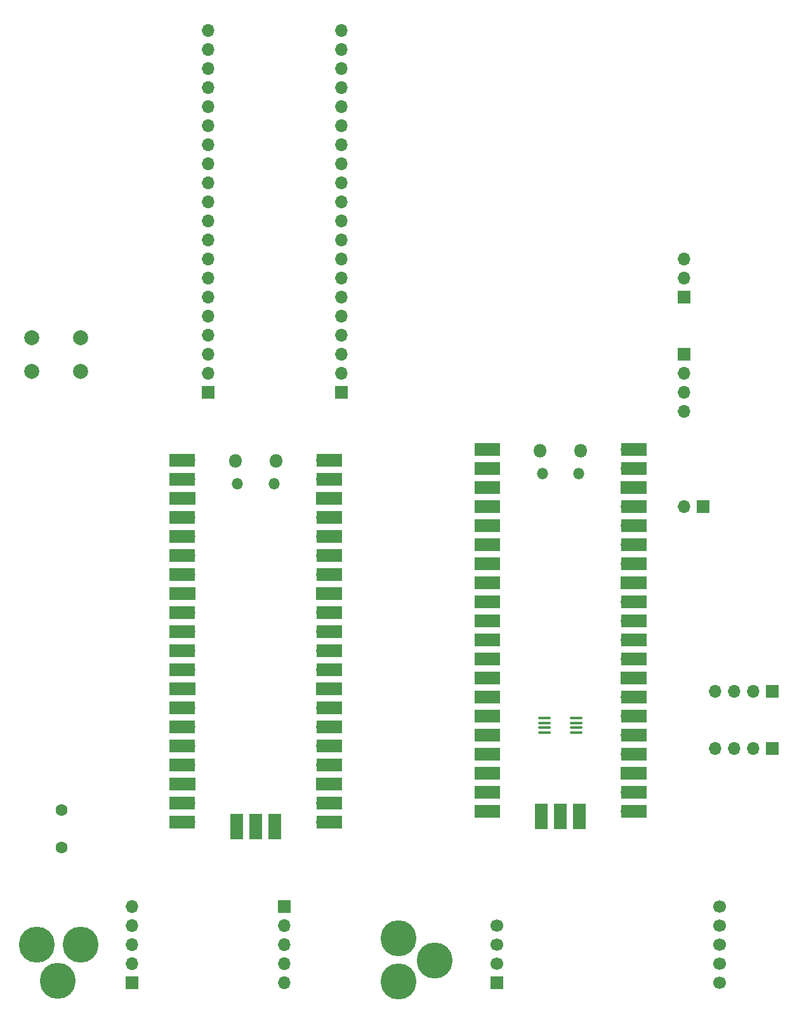
<source format=gts>
G04 #@! TF.GenerationSoftware,KiCad,Pcbnew,7.0.7*
G04 #@! TF.CreationDate,2024-01-04T21:27:51+01:00*
G04 #@! TF.ProjectId,InternalPCB,496e7465-726e-4616-9c50-43422e6b6963,A*
G04 #@! TF.SameCoordinates,Original*
G04 #@! TF.FileFunction,Soldermask,Top*
G04 #@! TF.FilePolarity,Negative*
%FSLAX46Y46*%
G04 Gerber Fmt 4.6, Leading zero omitted, Abs format (unit mm)*
G04 Created by KiCad (PCBNEW 7.0.7) date 2024-01-04 21:27:51*
%MOMM*%
%LPD*%
G01*
G04 APERTURE LIST*
G04 Aperture macros list*
%AMRoundRect*
0 Rectangle with rounded corners*
0 $1 Rounding radius*
0 $2 $3 $4 $5 $6 $7 $8 $9 X,Y pos of 4 corners*
0 Add a 4 corners polygon primitive as box body*
4,1,4,$2,$3,$4,$5,$6,$7,$8,$9,$2,$3,0*
0 Add four circle primitives for the rounded corners*
1,1,$1+$1,$2,$3*
1,1,$1+$1,$4,$5*
1,1,$1+$1,$6,$7*
1,1,$1+$1,$8,$9*
0 Add four rect primitives between the rounded corners*
20,1,$1+$1,$2,$3,$4,$5,0*
20,1,$1+$1,$4,$5,$6,$7,0*
20,1,$1+$1,$6,$7,$8,$9,0*
20,1,$1+$1,$8,$9,$2,$3,0*%
G04 Aperture macros list end*
%ADD10R,1.700000X1.700000*%
%ADD11O,1.700000X1.700000*%
%ADD12C,1.700000*%
%ADD13O,1.800000X1.800000*%
%ADD14O,1.500000X1.500000*%
%ADD15R,3.500000X1.700000*%
%ADD16R,1.700000X3.500000*%
%ADD17C,2.000000*%
%ADD18C,1.600000*%
%ADD19RoundRect,0.100000X0.712500X0.100000X-0.712500X0.100000X-0.712500X-0.100000X0.712500X-0.100000X0*%
%ADD20C,4.800000*%
G04 APERTURE END LIST*
D10*
X45720000Y-165100000D03*
D11*
X45720000Y-162560000D03*
X45720000Y-160020000D03*
X45720000Y-157480000D03*
X45720000Y-154940000D03*
D10*
X94417500Y-165100000D03*
D12*
X94417500Y-162560000D03*
X94417500Y-160020000D03*
X94417500Y-157480000D03*
X124117500Y-154940000D03*
X124117500Y-157480000D03*
X124117500Y-160020000D03*
X124117500Y-162560000D03*
X124117500Y-165100000D03*
D13*
X100145000Y-94110000D03*
D14*
X100445000Y-97140000D03*
X105295000Y-97140000D03*
D13*
X105595000Y-94110000D03*
D11*
X93980000Y-93980000D03*
D15*
X93080000Y-93980000D03*
D11*
X93980000Y-96520000D03*
D15*
X93080000Y-96520000D03*
D10*
X93980000Y-99060000D03*
D15*
X93080000Y-99060000D03*
D11*
X93980000Y-101600000D03*
D15*
X93080000Y-101600000D03*
D11*
X93980000Y-104140000D03*
D15*
X93080000Y-104140000D03*
D11*
X93980000Y-106680000D03*
D15*
X93080000Y-106680000D03*
D11*
X93980000Y-109220000D03*
D15*
X93080000Y-109220000D03*
D10*
X93980000Y-111760000D03*
D15*
X93080000Y-111760000D03*
D11*
X93980000Y-114300000D03*
D15*
X93080000Y-114300000D03*
D11*
X93980000Y-116840000D03*
D15*
X93080000Y-116840000D03*
D11*
X93980000Y-119380000D03*
D15*
X93080000Y-119380000D03*
D11*
X93980000Y-121920000D03*
D15*
X93080000Y-121920000D03*
D10*
X93980000Y-124460000D03*
D15*
X93080000Y-124460000D03*
D11*
X93980000Y-127000000D03*
D15*
X93080000Y-127000000D03*
D11*
X93980000Y-129540000D03*
D15*
X93080000Y-129540000D03*
D11*
X93980000Y-132080000D03*
D15*
X93080000Y-132080000D03*
D11*
X93980000Y-134620000D03*
D15*
X93080000Y-134620000D03*
D10*
X93980000Y-137160000D03*
D15*
X93080000Y-137160000D03*
D11*
X93980000Y-139700000D03*
D15*
X93080000Y-139700000D03*
D11*
X93980000Y-142240000D03*
D15*
X93080000Y-142240000D03*
D11*
X111760000Y-142240000D03*
D15*
X112660000Y-142240000D03*
D11*
X111760000Y-139700000D03*
D15*
X112660000Y-139700000D03*
D10*
X111760000Y-137160000D03*
D15*
X112660000Y-137160000D03*
D11*
X111760000Y-134620000D03*
D15*
X112660000Y-134620000D03*
D11*
X111760000Y-132080000D03*
D15*
X112660000Y-132080000D03*
D11*
X111760000Y-129540000D03*
D15*
X112660000Y-129540000D03*
D11*
X111760000Y-127000000D03*
D15*
X112660000Y-127000000D03*
D10*
X111760000Y-124460000D03*
D15*
X112660000Y-124460000D03*
D11*
X111760000Y-121920000D03*
D15*
X112660000Y-121920000D03*
D11*
X111760000Y-119380000D03*
D15*
X112660000Y-119380000D03*
D11*
X111760000Y-116840000D03*
D15*
X112660000Y-116840000D03*
D11*
X111760000Y-114300000D03*
D15*
X112660000Y-114300000D03*
D10*
X111760000Y-111760000D03*
D15*
X112660000Y-111760000D03*
D11*
X111760000Y-109220000D03*
D15*
X112660000Y-109220000D03*
D11*
X111760000Y-106680000D03*
D15*
X112660000Y-106680000D03*
D11*
X111760000Y-104140000D03*
D15*
X112660000Y-104140000D03*
D11*
X111760000Y-101600000D03*
D15*
X112660000Y-101600000D03*
D10*
X111760000Y-99060000D03*
D15*
X112660000Y-99060000D03*
D11*
X111760000Y-96520000D03*
D15*
X112660000Y-96520000D03*
D11*
X111760000Y-93980000D03*
D15*
X112660000Y-93980000D03*
D11*
X100330000Y-142010000D03*
D16*
X100330000Y-142910000D03*
D10*
X102870000Y-142010000D03*
D16*
X102870000Y-142910000D03*
D11*
X105410000Y-142010000D03*
D16*
X105410000Y-142910000D03*
D10*
X131084775Y-126188605D03*
D11*
X128544775Y-126188605D03*
X126004775Y-126188605D03*
X123464775Y-126188605D03*
D17*
X32310000Y-79030000D03*
X38810000Y-79030000D03*
X32310000Y-83530000D03*
X38810000Y-83530000D03*
D18*
X36322000Y-147026000D03*
X36322000Y-142026000D03*
D10*
X55880000Y-86360000D03*
D11*
X55880000Y-83820000D03*
X55880000Y-81280000D03*
X55880000Y-78740000D03*
X55880000Y-76200000D03*
X55880000Y-73660000D03*
X55880000Y-71120000D03*
X55880000Y-68580000D03*
X55880000Y-66040000D03*
X55880000Y-63500000D03*
X55880000Y-60960000D03*
X55880000Y-58420000D03*
X55880000Y-55880000D03*
X55880000Y-53340000D03*
X55880000Y-50800000D03*
X55880000Y-48260000D03*
X55880000Y-45720000D03*
X55880000Y-43180000D03*
X55880000Y-40640000D03*
X55880000Y-38100000D03*
D19*
X104989100Y-131723705D03*
X104989100Y-131073705D03*
X104989100Y-130423705D03*
X104989100Y-129773705D03*
X100764100Y-129773705D03*
X100764100Y-130423705D03*
X100764100Y-131073705D03*
X100764100Y-131723705D03*
D10*
X119380000Y-73660000D03*
D11*
X119380000Y-71120000D03*
X119380000Y-68580000D03*
D10*
X73660000Y-86360000D03*
D11*
X73660000Y-83820000D03*
X73660000Y-81280000D03*
X73660000Y-78740000D03*
X73660000Y-76200000D03*
X73660000Y-73660000D03*
X73660000Y-71120000D03*
X73660000Y-68580000D03*
X73660000Y-66040000D03*
X73660000Y-63500000D03*
X73660000Y-60960000D03*
X73660000Y-58420000D03*
X73660000Y-55880000D03*
X73660000Y-53340000D03*
X73660000Y-50800000D03*
X73660000Y-48260000D03*
X73660000Y-45720000D03*
X73660000Y-43180000D03*
X73660000Y-40640000D03*
X73660000Y-38100000D03*
D10*
X66040000Y-154940000D03*
D11*
X66040000Y-157480000D03*
X66040000Y-160020000D03*
X66040000Y-162560000D03*
X66040000Y-165100000D03*
D13*
X59471695Y-95477874D03*
D14*
X59771695Y-98507874D03*
X64621695Y-98507874D03*
D13*
X64921695Y-95477874D03*
D11*
X53306695Y-95347874D03*
D15*
X52406695Y-95347874D03*
D11*
X53306695Y-97887874D03*
D15*
X52406695Y-97887874D03*
D10*
X53306695Y-100427874D03*
D15*
X52406695Y-100427874D03*
D11*
X53306695Y-102967874D03*
D15*
X52406695Y-102967874D03*
D11*
X53306695Y-105507874D03*
D15*
X52406695Y-105507874D03*
D11*
X53306695Y-108047874D03*
D15*
X52406695Y-108047874D03*
D11*
X53306695Y-110587874D03*
D15*
X52406695Y-110587874D03*
D10*
X53306695Y-113127874D03*
D15*
X52406695Y-113127874D03*
D11*
X53306695Y-115667874D03*
D15*
X52406695Y-115667874D03*
D11*
X53306695Y-118207874D03*
D15*
X52406695Y-118207874D03*
D11*
X53306695Y-120747874D03*
D15*
X52406695Y-120747874D03*
D11*
X53306695Y-123287874D03*
D15*
X52406695Y-123287874D03*
D10*
X53306695Y-125827874D03*
D15*
X52406695Y-125827874D03*
D11*
X53306695Y-128367874D03*
D15*
X52406695Y-128367874D03*
D11*
X53306695Y-130907874D03*
D15*
X52406695Y-130907874D03*
D11*
X53306695Y-133447874D03*
D15*
X52406695Y-133447874D03*
D11*
X53306695Y-135987874D03*
D15*
X52406695Y-135987874D03*
D10*
X53306695Y-138527874D03*
D15*
X52406695Y-138527874D03*
D11*
X53306695Y-141067874D03*
D15*
X52406695Y-141067874D03*
D11*
X53306695Y-143607874D03*
D15*
X52406695Y-143607874D03*
D11*
X71086695Y-143607874D03*
D15*
X71986695Y-143607874D03*
D11*
X71086695Y-141067874D03*
D15*
X71986695Y-141067874D03*
D10*
X71086695Y-138527874D03*
D15*
X71986695Y-138527874D03*
D11*
X71086695Y-135987874D03*
D15*
X71986695Y-135987874D03*
D11*
X71086695Y-133447874D03*
D15*
X71986695Y-133447874D03*
D11*
X71086695Y-130907874D03*
D15*
X71986695Y-130907874D03*
D11*
X71086695Y-128367874D03*
D15*
X71986695Y-128367874D03*
D10*
X71086695Y-125827874D03*
D15*
X71986695Y-125827874D03*
D11*
X71086695Y-123287874D03*
D15*
X71986695Y-123287874D03*
D11*
X71086695Y-120747874D03*
D15*
X71986695Y-120747874D03*
D11*
X71086695Y-118207874D03*
D15*
X71986695Y-118207874D03*
D11*
X71086695Y-115667874D03*
D15*
X71986695Y-115667874D03*
D10*
X71086695Y-113127874D03*
D15*
X71986695Y-113127874D03*
D11*
X71086695Y-110587874D03*
D15*
X71986695Y-110587874D03*
D11*
X71086695Y-108047874D03*
D15*
X71986695Y-108047874D03*
D11*
X71086695Y-105507874D03*
D15*
X71986695Y-105507874D03*
D11*
X71086695Y-102967874D03*
D15*
X71986695Y-102967874D03*
D10*
X71086695Y-100427874D03*
D15*
X71986695Y-100427874D03*
D11*
X71086695Y-97887874D03*
D15*
X71986695Y-97887874D03*
D11*
X71086695Y-95347874D03*
D15*
X71986695Y-95347874D03*
D11*
X59656695Y-143377874D03*
D16*
X59656695Y-144277874D03*
D10*
X62196695Y-143377874D03*
D16*
X62196695Y-144277874D03*
D11*
X64736695Y-143377874D03*
D16*
X64736695Y-144277874D03*
D10*
X119380000Y-81280000D03*
D11*
X119380000Y-83820000D03*
X119380000Y-86360000D03*
X119380000Y-88900000D03*
D20*
X81280000Y-159120000D03*
X81280000Y-164920000D03*
X86080000Y-162120000D03*
D10*
X121920000Y-101600000D03*
D11*
X119380000Y-101600000D03*
D10*
X131084775Y-133808605D03*
D11*
X128544775Y-133808605D03*
X126004775Y-133808605D03*
X123464775Y-133808605D03*
D20*
X38820000Y-160020000D03*
X33020000Y-160020000D03*
X35820000Y-164820000D03*
M02*

</source>
